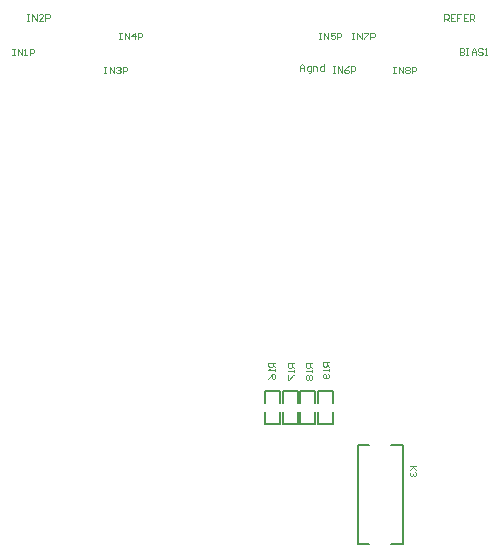
<source format=gbo>
G04 Layer_Color=32896*
%FSLAX24Y24*%
%MOIN*%
G70*
G01*
G75*
%ADD41C,0.0060*%
%ADD45C,0.0079*%
%ADD47C,0.0039*%
D41*
X10055Y7900D02*
X10555D01*
X10055Y9000D02*
X10555D01*
X10055Y7900D02*
Y8300D01*
X10555Y7900D02*
Y8300D01*
Y8600D02*
Y9000D01*
X10055Y8600D02*
Y9000D01*
X9465Y7900D02*
X9965D01*
X9465Y9000D02*
X9965D01*
X9465Y7900D02*
Y8300D01*
X9965Y7900D02*
Y8300D01*
Y8600D02*
Y9000D01*
X9465Y8600D02*
Y9000D01*
X8884Y7909D02*
X9384D01*
X8884Y9009D02*
X9384D01*
X8884Y7909D02*
Y8309D01*
X9384Y7909D02*
Y8309D01*
Y8609D02*
Y9009D01*
X8884Y8609D02*
Y9009D01*
X8283Y7910D02*
X8783D01*
X8283Y9010D02*
X8783D01*
X8283Y7910D02*
Y8310D01*
X8783Y7910D02*
Y8310D01*
Y8610D02*
Y9010D01*
X8283Y8610D02*
Y9010D01*
D45*
X11388Y3917D02*
X11782D01*
X11388D02*
Y7185D01*
X11782D01*
X12490D02*
X12884D01*
Y3917D02*
Y7185D01*
X12490Y3917D02*
X12884D01*
D47*
X13120Y6506D02*
X13317D01*
X13251D01*
X13120Y6375D01*
X13219Y6473D01*
X13317Y6375D01*
X13153Y6309D02*
X13120Y6276D01*
Y6211D01*
X13153Y6178D01*
X13186D01*
X13219Y6211D01*
Y6244D01*
Y6211D01*
X13251Y6178D01*
X13284D01*
X13317Y6211D01*
Y6276D01*
X13284Y6309D01*
X8632Y9951D02*
X8415D01*
Y9843D01*
X8451Y9806D01*
X8524D01*
X8560Y9843D01*
Y9951D01*
Y9879D02*
X8632Y9806D01*
Y9734D02*
Y9662D01*
Y9698D01*
X8415D01*
X8451Y9734D01*
X8415Y9410D02*
X8451Y9482D01*
X8524Y9554D01*
X8596D01*
X8632Y9518D01*
Y9446D01*
X8596Y9410D01*
X8560D01*
X8524Y9446D01*
Y9554D01*
X9272Y9921D02*
X9055D01*
Y9813D01*
X9091Y9777D01*
X9163D01*
X9200Y9813D01*
Y9921D01*
Y9849D02*
X9272Y9777D01*
Y9705D02*
Y9633D01*
Y9669D01*
X9055D01*
X9091Y9705D01*
X9055Y9524D02*
Y9380D01*
X9091D01*
X9236Y9524D01*
X9272D01*
X9872Y9921D02*
X9656D01*
Y9813D01*
X9692Y9777D01*
X9764D01*
X9800Y9813D01*
Y9921D01*
Y9849D02*
X9872Y9777D01*
Y9705D02*
Y9633D01*
Y9669D01*
X9656D01*
X9692Y9705D01*
Y9524D02*
X9656Y9488D01*
Y9416D01*
X9692Y9380D01*
X9728D01*
X9764Y9416D01*
X9800Y9380D01*
X9836D01*
X9872Y9416D01*
Y9488D01*
X9836Y9524D01*
X9800D01*
X9764Y9488D01*
X9728Y9524D01*
X9692D01*
X9764Y9488D02*
Y9416D01*
X10433Y9961D02*
X10217D01*
Y9852D01*
X10253Y9816D01*
X10325D01*
X10361Y9852D01*
Y9961D01*
Y9888D02*
X10433Y9816D01*
Y9744D02*
Y9672D01*
Y9708D01*
X10217D01*
X10253Y9744D01*
X10397Y9564D02*
X10433Y9528D01*
Y9456D01*
X10397Y9419D01*
X10253D01*
X10217Y9456D01*
Y9528D01*
X10253Y9564D01*
X10289D01*
X10325Y9528D01*
Y9419D01*
X364Y21565D02*
X436D01*
X400D01*
Y21348D01*
X364D01*
X436D01*
X545D02*
Y21565D01*
X689Y21348D01*
Y21565D01*
X905Y21348D02*
X761D01*
X905Y21493D01*
Y21529D01*
X869Y21565D01*
X797D01*
X761Y21529D01*
X977Y21348D02*
Y21565D01*
X1086D01*
X1122Y21529D01*
Y21457D01*
X1086Y21421D01*
X977D01*
X-118Y20413D02*
X-46D01*
X-82D01*
Y20197D01*
X-118D01*
X-46D01*
X62D02*
Y20413D01*
X207Y20197D01*
Y20413D01*
X279Y20197D02*
X351D01*
X315D01*
Y20413D01*
X279Y20377D01*
X459Y20197D02*
Y20413D01*
X567D01*
X603Y20377D01*
Y20305D01*
X567Y20269D01*
X459D01*
X2943Y19803D02*
X3015D01*
X2979D01*
Y19587D01*
X2943D01*
X3015D01*
X3123D02*
Y19803D01*
X3268Y19587D01*
Y19803D01*
X3340Y19767D02*
X3376Y19803D01*
X3448D01*
X3484Y19767D01*
Y19731D01*
X3448Y19695D01*
X3412D01*
X3448D01*
X3484Y19659D01*
Y19623D01*
X3448Y19587D01*
X3376D01*
X3340Y19623D01*
X3556Y19587D02*
Y19803D01*
X3664D01*
X3701Y19767D01*
Y19695D01*
X3664Y19659D01*
X3556D01*
X3445Y20935D02*
X3517D01*
X3481D01*
Y20719D01*
X3445D01*
X3517D01*
X3625D02*
Y20935D01*
X3770Y20719D01*
Y20935D01*
X3950Y20719D02*
Y20935D01*
X3842Y20827D01*
X3986D01*
X4058Y20719D02*
Y20935D01*
X4166D01*
X4203Y20899D01*
Y20827D01*
X4166Y20791D01*
X4058D01*
X14272Y21339D02*
Y21555D01*
X14380D01*
X14416Y21519D01*
Y21447D01*
X14380Y21411D01*
X14272D01*
X14344D02*
X14416Y21339D01*
X14632Y21555D02*
X14488D01*
Y21339D01*
X14632D01*
X14488Y21447D02*
X14560D01*
X14849Y21555D02*
X14705D01*
Y21447D01*
X14777D01*
X14705D01*
Y21339D01*
X15065Y21555D02*
X14921D01*
Y21339D01*
X15065D01*
X14921Y21447D02*
X14993D01*
X15138Y21339D02*
Y21555D01*
X15246D01*
X15282Y21519D01*
Y21447D01*
X15246Y21411D01*
X15138D01*
X15210D02*
X15282Y21339D01*
X14793Y20423D02*
Y20207D01*
X14902D01*
X14938Y20243D01*
Y20279D01*
X14902Y20315D01*
X14793D01*
X14902D01*
X14938Y20351D01*
Y20387D01*
X14902Y20423D01*
X14793D01*
X15010D02*
X15082D01*
X15046D01*
Y20207D01*
X15010D01*
X15082D01*
X15190D02*
Y20351D01*
X15262Y20423D01*
X15334Y20351D01*
Y20207D01*
Y20315D01*
X15190D01*
X15551Y20387D02*
X15515Y20423D01*
X15443D01*
X15407Y20387D01*
Y20351D01*
X15443Y20315D01*
X15515D01*
X15551Y20279D01*
Y20243D01*
X15515Y20207D01*
X15443D01*
X15407Y20243D01*
X15623Y20207D02*
X15695D01*
X15659D01*
Y20423D01*
X15623Y20387D01*
X9469Y19675D02*
Y19820D01*
X9541Y19892D01*
X9613Y19820D01*
Y19675D01*
Y19783D01*
X9469D01*
X9757Y19603D02*
X9793D01*
X9829Y19639D01*
Y19820D01*
X9721D01*
X9685Y19783D01*
Y19711D01*
X9721Y19675D01*
X9829D01*
X9901D02*
Y19820D01*
X10010D01*
X10046Y19783D01*
Y19675D01*
X10262Y19892D02*
Y19675D01*
X10154D01*
X10118Y19711D01*
Y19783D01*
X10154Y19820D01*
X10262D01*
X10089Y20935D02*
X10161D01*
X10125D01*
Y20719D01*
X10089D01*
X10161D01*
X10269D02*
Y20935D01*
X10413Y20719D01*
Y20935D01*
X10630D02*
X10485D01*
Y20827D01*
X10558Y20863D01*
X10594D01*
X10630Y20827D01*
Y20755D01*
X10594Y20719D01*
X10522D01*
X10485Y20755D01*
X10702Y20719D02*
Y20935D01*
X10810D01*
X10846Y20899D01*
Y20827D01*
X10810Y20791D01*
X10702D01*
X11201Y20945D02*
X11273D01*
X11237D01*
Y20728D01*
X11201D01*
X11273D01*
X11381D02*
Y20945D01*
X11525Y20728D01*
Y20945D01*
X11598D02*
X11742D01*
Y20909D01*
X11598Y20764D01*
Y20728D01*
X11814D02*
Y20945D01*
X11922D01*
X11958Y20909D01*
Y20837D01*
X11922Y20800D01*
X11814D01*
X10551Y19823D02*
X10623D01*
X10587D01*
Y19606D01*
X10551D01*
X10623D01*
X10732D02*
Y19823D01*
X10876Y19606D01*
Y19823D01*
X11092D02*
X11020Y19787D01*
X10948Y19715D01*
Y19642D01*
X10984Y19606D01*
X11056D01*
X11092Y19642D01*
Y19678D01*
X11056Y19715D01*
X10948D01*
X11164Y19606D02*
Y19823D01*
X11273D01*
X11309Y19787D01*
Y19715D01*
X11273Y19678D01*
X11164D01*
X12579Y19813D02*
X12651D01*
X12615D01*
Y19596D01*
X12579D01*
X12651D01*
X12759D02*
Y19813D01*
X12903Y19596D01*
Y19813D01*
X12976Y19777D02*
X13012Y19813D01*
X13084D01*
X13120Y19777D01*
Y19741D01*
X13084Y19705D01*
X13120Y19669D01*
Y19633D01*
X13084Y19596D01*
X13012D01*
X12976Y19633D01*
Y19669D01*
X13012Y19705D01*
X12976Y19741D01*
Y19777D01*
X13012Y19705D02*
X13084D01*
X13192Y19596D02*
Y19813D01*
X13300D01*
X13336Y19777D01*
Y19705D01*
X13300Y19669D01*
X13192D01*
M02*

</source>
